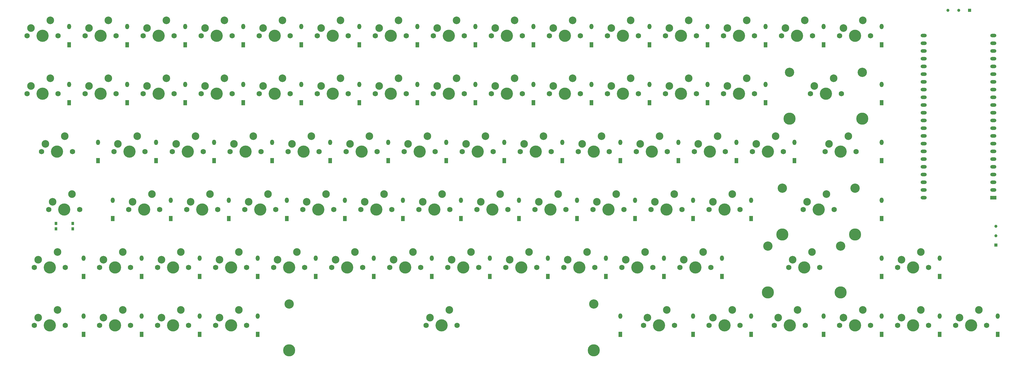
<source format=gbs>
G04 #@! TF.GenerationSoftware,KiCad,Pcbnew,7.0.10*
G04 #@! TF.CreationDate,2024-01-23T22:17:01-03:00*
G04 #@! TF.ProjectId,PCB,5043422e-6b69-4636-9164-5f7063625858,V1.0*
G04 #@! TF.SameCoordinates,Original*
G04 #@! TF.FileFunction,Soldermask,Bot*
G04 #@! TF.FilePolarity,Negative*
%FSLAX46Y46*%
G04 Gerber Fmt 4.6, Leading zero omitted, Abs format (unit mm)*
G04 Created by KiCad (PCBNEW 7.0.10) date 2024-01-23 22:17:01*
%MOMM*%
%LPD*%
G01*
G04 APERTURE LIST*
%ADD10R,1.300000X1.778000*%
%ADD11O,1.300000X1.778000*%
%ADD12C,1.750000*%
%ADD13C,4.000000*%
%ADD14C,2.500000*%
%ADD15C,3.048000*%
%ADD16C,3.987800*%
%ADD17R,2.000000X1.200000*%
%ADD18O,2.000000X1.200000*%
%ADD19R,1.000000X1.000000*%
%ADD20C,1.000000*%
%ADD21R,0.914000X1.000000*%
G04 APERTURE END LIST*
D10*
X65881250Y-60150000D03*
D11*
X65881250Y-54150000D03*
D10*
X51593750Y-136350000D03*
D11*
X51593750Y-130350000D03*
D12*
X33020000Y-57150000D03*
D13*
X38100000Y-57150000D03*
D12*
X43180000Y-57150000D03*
D14*
X34290000Y-54610000D03*
X40640000Y-52070000D03*
D10*
X199231250Y-60150000D03*
D11*
X199231250Y-54150000D03*
D10*
X275431250Y-41100000D03*
D11*
X275431250Y-35100000D03*
D12*
X256857500Y-133350000D03*
D13*
X261937500Y-133350000D03*
D12*
X267017500Y-133350000D03*
D14*
X258127500Y-130810000D03*
X264477500Y-128270000D03*
D10*
X256381250Y-41100000D03*
D11*
X256381250Y-35100000D03*
D10*
X51593750Y-117300000D03*
D11*
X51593750Y-111300000D03*
D10*
X161131250Y-60150000D03*
D11*
X161131250Y-54150000D03*
D10*
X108743750Y-117300000D03*
D11*
X108743750Y-111300000D03*
D12*
X90170000Y-57150000D03*
D13*
X95250000Y-57150000D03*
D12*
X100330000Y-57150000D03*
D14*
X91440000Y-54610000D03*
X97790000Y-52070000D03*
D10*
X199231250Y-41100000D03*
D11*
X199231250Y-35100000D03*
D10*
X84931250Y-41100000D03*
D11*
X84931250Y-35100000D03*
D10*
X113506250Y-79200000D03*
D11*
X113506250Y-73200000D03*
D10*
X218281250Y-41100000D03*
D11*
X218281250Y-35100000D03*
D12*
X94932500Y-133350000D03*
D13*
X100012500Y-133350000D03*
D12*
X105092500Y-133350000D03*
D14*
X96202500Y-130810000D03*
X102552500Y-128270000D03*
D10*
X313531250Y-60150000D03*
D11*
X313531250Y-54150000D03*
D10*
X313531250Y-79200000D03*
D11*
X313531250Y-73200000D03*
D12*
X318770000Y-133350000D03*
D13*
X323850000Y-133350000D03*
D12*
X328930000Y-133350000D03*
D14*
X320040000Y-130810000D03*
X326390000Y-128270000D03*
D12*
X85407500Y-95250000D03*
D13*
X90487500Y-95250000D03*
D12*
X95567500Y-95250000D03*
D14*
X86677500Y-92710000D03*
X93027500Y-90170000D03*
D10*
X256381250Y-60150000D03*
D11*
X256381250Y-54150000D03*
D10*
X294481250Y-136350000D03*
D11*
X294481250Y-130350000D03*
D10*
X184943750Y-117300000D03*
D11*
X184943750Y-111300000D03*
D12*
X213995000Y-76200000D03*
D13*
X219075000Y-76200000D03*
D12*
X224155000Y-76200000D03*
D14*
X215265000Y-73660000D03*
X221615000Y-71120000D03*
D12*
X271145000Y-76200000D03*
D13*
X276225000Y-76200000D03*
D12*
X281305000Y-76200000D03*
D14*
X272415000Y-73660000D03*
X278765000Y-71120000D03*
D12*
X37782500Y-76200000D03*
D13*
X42862500Y-76200000D03*
D12*
X47942500Y-76200000D03*
D14*
X39052500Y-73660000D03*
X45402500Y-71120000D03*
D15*
X276193250Y-107315000D03*
D16*
X276193250Y-122525000D03*
D15*
X300069250Y-107315000D03*
D16*
X300069250Y-122525000D03*
D10*
X61118750Y-98250000D03*
D11*
X61118750Y-92250000D03*
D12*
X156845000Y-76200000D03*
D13*
X161925000Y-76200000D03*
D12*
X167005000Y-76200000D03*
D14*
X158115000Y-73660000D03*
X164465000Y-71120000D03*
D10*
X75406250Y-79200000D03*
D11*
X75406250Y-73200000D03*
D12*
X294957500Y-76200000D03*
D13*
X300037500Y-76200000D03*
D12*
X305117500Y-76200000D03*
D14*
X296227500Y-73660000D03*
X302577500Y-71120000D03*
D12*
X80701250Y-76200000D03*
D13*
X85781250Y-76200000D03*
D12*
X90861250Y-76200000D03*
D14*
X81971250Y-73660000D03*
X88321250Y-71120000D03*
D12*
X166370000Y-57150000D03*
D13*
X171450000Y-57150000D03*
D12*
X176530000Y-57150000D03*
D14*
X167640000Y-54610000D03*
X173990000Y-52070000D03*
D17*
X350192731Y-91395876D03*
D18*
X350192731Y-88855876D03*
X350192731Y-86315876D03*
X350192731Y-83775876D03*
X350192731Y-81235876D03*
X350192731Y-78695876D03*
X350192731Y-76155876D03*
X350192731Y-73615876D03*
X350192731Y-71075876D03*
X350192731Y-68535876D03*
X350192731Y-65995876D03*
X350192731Y-63455876D03*
X350192731Y-60915876D03*
X350192731Y-58375876D03*
X350192731Y-55835876D03*
X350192731Y-53295876D03*
X350192731Y-50755876D03*
X350192731Y-48215876D03*
X350192731Y-45675876D03*
X350196411Y-43138596D03*
X350196411Y-40598596D03*
X350196411Y-38058596D03*
X327332731Y-38055876D03*
X327332731Y-40595876D03*
X327332731Y-43135876D03*
X327332731Y-45675876D03*
X327332731Y-48215876D03*
X327332731Y-50755876D03*
X327332731Y-53295876D03*
X327332731Y-55835876D03*
X327332731Y-58375876D03*
X327332731Y-60915876D03*
X327332731Y-63455876D03*
X327332731Y-65995876D03*
X327332731Y-68535876D03*
X327332731Y-71075876D03*
X327332731Y-73615876D03*
X327332731Y-76155876D03*
X327332731Y-78695876D03*
X327332731Y-81235876D03*
X327332731Y-83775876D03*
X327332731Y-86315876D03*
X327332731Y-88855876D03*
X327332731Y-91395876D03*
D12*
X66357500Y-95250000D03*
D13*
X71437500Y-95250000D03*
D12*
X76517500Y-95250000D03*
D14*
X67627500Y-92710000D03*
X73977500Y-90170000D03*
D10*
X132556250Y-79200000D03*
D11*
X132556250Y-73200000D03*
D10*
X165893750Y-117300000D03*
D11*
X165893750Y-111300000D03*
D10*
X270668750Y-136350000D03*
D11*
X270668750Y-130350000D03*
D10*
X208756250Y-79200000D03*
D11*
X208756250Y-73200000D03*
D12*
X223520000Y-57150000D03*
D13*
X228600000Y-57150000D03*
D12*
X233680000Y-57150000D03*
D14*
X224790000Y-54610000D03*
X231140000Y-52070000D03*
D10*
X151606250Y-79200000D03*
D11*
X151606250Y-73200000D03*
D10*
X46831250Y-60150000D03*
D11*
X46831250Y-54150000D03*
D19*
X342392000Y-29718000D03*
D12*
X256857500Y-95250000D03*
D13*
X261937500Y-95250000D03*
D12*
X267017500Y-95250000D03*
D14*
X258127500Y-92710000D03*
X264477500Y-90170000D03*
D10*
X227806250Y-79200000D03*
D11*
X227806250Y-73200000D03*
D12*
X290195000Y-57150000D03*
D13*
X295275000Y-57150000D03*
D12*
X300355000Y-57150000D03*
D14*
X291465000Y-54610000D03*
X297815000Y-52070000D03*
D12*
X261620000Y-38100000D03*
D13*
X266700000Y-38100000D03*
D12*
X271780000Y-38100000D03*
D14*
X262890000Y-35560000D03*
X269240000Y-33020000D03*
D10*
X142081250Y-60150000D03*
D11*
X142081250Y-54150000D03*
D10*
X137318750Y-98250000D03*
D11*
X137318750Y-92250000D03*
D10*
X246856250Y-79200000D03*
D11*
X246856250Y-73200000D03*
D10*
X80168750Y-98250000D03*
D11*
X80168750Y-92250000D03*
D12*
X283051250Y-114300000D03*
D13*
X288131250Y-114300000D03*
D12*
X293211250Y-114300000D03*
D14*
X284321250Y-111760000D03*
X290671250Y-109220000D03*
D12*
X204470000Y-57150000D03*
D13*
X209550000Y-57150000D03*
D12*
X214630000Y-57150000D03*
D14*
X205740000Y-54610000D03*
X212090000Y-52070000D03*
D10*
X237331250Y-60150000D03*
D11*
X237331250Y-54150000D03*
D12*
X242570000Y-38100000D03*
D13*
X247650000Y-38100000D03*
D12*
X252730000Y-38100000D03*
D14*
X243840000Y-35560000D03*
X250190000Y-33020000D03*
D12*
X318770000Y-114300000D03*
D13*
X323850000Y-114300000D03*
D12*
X328930000Y-114300000D03*
D14*
X320040000Y-111760000D03*
X326390000Y-109220000D03*
D12*
X287813750Y-95250000D03*
D13*
X292893750Y-95250000D03*
D12*
X297973750Y-95250000D03*
D14*
X289083750Y-92710000D03*
X295433750Y-90170000D03*
D10*
X146843750Y-117300000D03*
D11*
X146843750Y-111300000D03*
D12*
X252095000Y-76200000D03*
D13*
X257175000Y-76200000D03*
D12*
X262255000Y-76200000D03*
D14*
X253365000Y-73660000D03*
X259715000Y-71120000D03*
D10*
X242093750Y-117300000D03*
D11*
X242093750Y-111300000D03*
D12*
X209232500Y-114300000D03*
D13*
X214312500Y-114300000D03*
D12*
X219392500Y-114300000D03*
D14*
X210502500Y-111760000D03*
X216852500Y-109220000D03*
D12*
X204470000Y-38100000D03*
D13*
X209550000Y-38100000D03*
D12*
X214630000Y-38100000D03*
D14*
X205740000Y-35560000D03*
X212090000Y-33020000D03*
D12*
X113982500Y-114300000D03*
D13*
X119062500Y-114300000D03*
D12*
X124142500Y-114300000D03*
D14*
X115252500Y-111760000D03*
X121602500Y-109220000D03*
D12*
X299720000Y-38100000D03*
D13*
X304800000Y-38100000D03*
D12*
X309880000Y-38100000D03*
D14*
X300990000Y-35560000D03*
X307340000Y-33020000D03*
D12*
X228282500Y-114300000D03*
D13*
X233362500Y-114300000D03*
D12*
X238442500Y-114300000D03*
D14*
X229552500Y-111760000D03*
X235902500Y-109220000D03*
D12*
X161607500Y-95250000D03*
D13*
X166687500Y-95250000D03*
D12*
X171767500Y-95250000D03*
D14*
X162877500Y-92710000D03*
X169227500Y-90170000D03*
D12*
X199707500Y-95250000D03*
D13*
X204787500Y-95250000D03*
D12*
X209867500Y-95250000D03*
D14*
X200977500Y-92710000D03*
X207327500Y-90170000D03*
D12*
X75882500Y-133350000D03*
D13*
X80962500Y-133350000D03*
D12*
X86042500Y-133350000D03*
D14*
X77152500Y-130810000D03*
X83502500Y-128270000D03*
D12*
X75882500Y-114300000D03*
D13*
X80962500Y-114300000D03*
D12*
X86042500Y-114300000D03*
D14*
X77152500Y-111760000D03*
X83502500Y-109220000D03*
D12*
X137795000Y-76200000D03*
D13*
X142875000Y-76200000D03*
D12*
X147955000Y-76200000D03*
D14*
X139065000Y-73660000D03*
X145415000Y-71120000D03*
D10*
X65881250Y-41100000D03*
D11*
X65881250Y-35100000D03*
D12*
X104457500Y-95250000D03*
D13*
X109537500Y-95250000D03*
D12*
X114617500Y-95250000D03*
D14*
X105727500Y-92710000D03*
X112077500Y-90170000D03*
D12*
X118745000Y-76200000D03*
D13*
X123825000Y-76200000D03*
D12*
X128905000Y-76200000D03*
D14*
X120015000Y-73660000D03*
X126365000Y-71120000D03*
D10*
X46831250Y-41100000D03*
D11*
X46831250Y-35100000D03*
D12*
X94932500Y-114300000D03*
D13*
X100012500Y-114300000D03*
D12*
X105092500Y-114300000D03*
D14*
X96202500Y-111760000D03*
X102552500Y-109220000D03*
D12*
X123507500Y-95250000D03*
D13*
X128587500Y-95250000D03*
D12*
X133667500Y-95250000D03*
D14*
X124777500Y-92710000D03*
X131127500Y-90170000D03*
D12*
X147320000Y-38100000D03*
D13*
X152400000Y-38100000D03*
D12*
X157480000Y-38100000D03*
D14*
X148590000Y-35560000D03*
X154940000Y-33020000D03*
D12*
X128270000Y-38100000D03*
D13*
X133350000Y-38100000D03*
D12*
X138430000Y-38100000D03*
D14*
X129540000Y-35560000D03*
X135890000Y-33020000D03*
D12*
X223520000Y-38100000D03*
D13*
X228600000Y-38100000D03*
D12*
X233680000Y-38100000D03*
D14*
X224790000Y-35560000D03*
X231140000Y-33020000D03*
D12*
X152082500Y-114300000D03*
D13*
X157162500Y-114300000D03*
D12*
X162242500Y-114300000D03*
D14*
X153352500Y-111760000D03*
X159702500Y-109220000D03*
D12*
X194945000Y-76200000D03*
D13*
X200025000Y-76200000D03*
D12*
X205105000Y-76200000D03*
D14*
X196215000Y-73660000D03*
X202565000Y-71120000D03*
D12*
X147320000Y-57150000D03*
D13*
X152400000Y-57150000D03*
D12*
X157480000Y-57150000D03*
D14*
X148590000Y-54610000D03*
X154940000Y-52070000D03*
D10*
X313531250Y-41100000D03*
D11*
X313531250Y-35100000D03*
D20*
X338836000Y-29718000D03*
D12*
X185420000Y-57150000D03*
D13*
X190500000Y-57150000D03*
D12*
X195580000Y-57150000D03*
D14*
X186690000Y-54610000D03*
X193040000Y-52070000D03*
D10*
X223043750Y-117300000D03*
D11*
X223043750Y-111300000D03*
D12*
X133032500Y-114300000D03*
D13*
X138112500Y-114300000D03*
D12*
X143192500Y-114300000D03*
D14*
X134302500Y-111760000D03*
X140652500Y-109220000D03*
D12*
X71120000Y-38100000D03*
D13*
X76200000Y-38100000D03*
D12*
X81280000Y-38100000D03*
D14*
X72390000Y-35560000D03*
X78740000Y-33020000D03*
D10*
X123031250Y-60150000D03*
D11*
X123031250Y-54150000D03*
D10*
X232568750Y-98250000D03*
D11*
X232568750Y-92250000D03*
D12*
X175895000Y-76200000D03*
D13*
X180975000Y-76200000D03*
D12*
X186055000Y-76200000D03*
D14*
X177165000Y-73660000D03*
X183515000Y-71120000D03*
D15*
X283337000Y-50165000D03*
D16*
X283337000Y-65375000D03*
D15*
X307213000Y-50165000D03*
D16*
X307213000Y-65375000D03*
D10*
X203993750Y-117300000D03*
D11*
X203993750Y-111300000D03*
D10*
X89693750Y-136350000D03*
D11*
X89693750Y-130350000D03*
D10*
X99218750Y-98250000D03*
D11*
X99218750Y-92250000D03*
D12*
X61595000Y-76200000D03*
D13*
X66675000Y-76200000D03*
D12*
X71755000Y-76200000D03*
D14*
X62865000Y-73660000D03*
X69215000Y-71120000D03*
D10*
X161131250Y-41100000D03*
D11*
X161131250Y-35100000D03*
D12*
X109220000Y-38100000D03*
D13*
X114300000Y-38100000D03*
D12*
X119380000Y-38100000D03*
D14*
X110490000Y-35560000D03*
X116840000Y-33020000D03*
D12*
X35401250Y-133350000D03*
D13*
X40481250Y-133350000D03*
D12*
X45561250Y-133350000D03*
D14*
X36671250Y-130810000D03*
X43021250Y-128270000D03*
D10*
X180181250Y-41100000D03*
D11*
X180181250Y-35100000D03*
D10*
X313531250Y-136350000D03*
D11*
X313531250Y-130350000D03*
D20*
X351028000Y-100806250D03*
D10*
X261143750Y-117300000D03*
D11*
X261143750Y-111300000D03*
D10*
X313531250Y-98250000D03*
D11*
X313531250Y-92250000D03*
D10*
X94456250Y-79200000D03*
D11*
X94456250Y-73200000D03*
D10*
X213518750Y-98250000D03*
D11*
X213518750Y-92250000D03*
D10*
X127793750Y-117300000D03*
D11*
X127793750Y-111300000D03*
D10*
X227806250Y-136350000D03*
D11*
X227806250Y-130350000D03*
D15*
X280955750Y-88265000D03*
D16*
X280955750Y-103475000D03*
D15*
X304831750Y-88265000D03*
D16*
X304831750Y-103475000D03*
D12*
X33020000Y-38100000D03*
D13*
X38100000Y-38100000D03*
D12*
X43180000Y-38100000D03*
D14*
X34290000Y-35560000D03*
X40640000Y-33020000D03*
D20*
X351028000Y-103886000D03*
D12*
X52115000Y-57150000D03*
D13*
X57195000Y-57150000D03*
D12*
X62275000Y-57150000D03*
D14*
X53385000Y-54610000D03*
X59735000Y-52070000D03*
D10*
X170656250Y-79200000D03*
D11*
X170656250Y-73200000D03*
D10*
X123031250Y-41100000D03*
D11*
X123031250Y-35100000D03*
D12*
X280670000Y-38100000D03*
D13*
X285750000Y-38100000D03*
D12*
X290830000Y-38100000D03*
D14*
X281940000Y-35560000D03*
X288290000Y-33020000D03*
D12*
X166370000Y-38100000D03*
D13*
X171450000Y-38100000D03*
D12*
X176530000Y-38100000D03*
D14*
X167640000Y-35560000D03*
X173990000Y-33020000D03*
D12*
X90170000Y-38100000D03*
D13*
X95250000Y-38100000D03*
D12*
X100330000Y-38100000D03*
D14*
X91440000Y-35560000D03*
X97790000Y-33020000D03*
D12*
X52070000Y-38100000D03*
D13*
X57150000Y-38100000D03*
D12*
X62230000Y-38100000D03*
D14*
X53340000Y-35560000D03*
X59690000Y-33020000D03*
D12*
X247332500Y-114300000D03*
D13*
X252412500Y-114300000D03*
D12*
X257492500Y-114300000D03*
D14*
X248602500Y-111760000D03*
X254952500Y-109220000D03*
D12*
X35401250Y-114300000D03*
D13*
X40481250Y-114300000D03*
D12*
X45561250Y-114300000D03*
D14*
X36671250Y-111760000D03*
X43021250Y-109220000D03*
D19*
X351028000Y-106934000D03*
D10*
X275431250Y-60150000D03*
D11*
X275431250Y-54150000D03*
D10*
X103981250Y-60150000D03*
D11*
X103981250Y-54150000D03*
D12*
X40163750Y-95250000D03*
D13*
X45243750Y-95250000D03*
D12*
X50323750Y-95250000D03*
D14*
X41433750Y-92710000D03*
X47783750Y-90170000D03*
D12*
X185420000Y-38100000D03*
D13*
X190500000Y-38100000D03*
D12*
X195580000Y-38100000D03*
D14*
X186690000Y-35560000D03*
X193040000Y-33020000D03*
D12*
X278288750Y-133350000D03*
D13*
X283368750Y-133350000D03*
D12*
X288448750Y-133350000D03*
D14*
X279558750Y-130810000D03*
X285908750Y-128270000D03*
D12*
X235426250Y-133350000D03*
D13*
X240506250Y-133350000D03*
D12*
X245586250Y-133350000D03*
D14*
X236696250Y-130810000D03*
X243046250Y-128270000D03*
D10*
X218281250Y-60150000D03*
D11*
X218281250Y-54150000D03*
D12*
X56832500Y-114300000D03*
D13*
X61912500Y-114300000D03*
D12*
X66992500Y-114300000D03*
D14*
X58102500Y-111760000D03*
X64452500Y-109220000D03*
D10*
X56356250Y-79200000D03*
D11*
X56356250Y-73200000D03*
D12*
X128270000Y-57150000D03*
D13*
X133350000Y-57150000D03*
D12*
X138430000Y-57150000D03*
D14*
X129540000Y-54610000D03*
X135890000Y-52070000D03*
D12*
X233045000Y-76200000D03*
D13*
X238125000Y-76200000D03*
D12*
X243205000Y-76200000D03*
D14*
X234315000Y-73660000D03*
X240665000Y-71120000D03*
D12*
X71120000Y-57150000D03*
D13*
X76200000Y-57150000D03*
D12*
X81280000Y-57150000D03*
D14*
X72390000Y-54610000D03*
X78740000Y-52070000D03*
D12*
X142557500Y-95250000D03*
D13*
X147637500Y-95250000D03*
D12*
X152717500Y-95250000D03*
D14*
X143827500Y-92710000D03*
X150177500Y-90170000D03*
D12*
X337820000Y-133350000D03*
D13*
X342900000Y-133350000D03*
D12*
X347980000Y-133350000D03*
D14*
X339090000Y-130810000D03*
X345440000Y-128270000D03*
D12*
X163988750Y-133350000D03*
D13*
X169068750Y-133350000D03*
D12*
X174148750Y-133350000D03*
D14*
X165258750Y-130810000D03*
X171608750Y-128270000D03*
D12*
X190182500Y-114300000D03*
D13*
X195262500Y-114300000D03*
D12*
X200342500Y-114300000D03*
D14*
X191452500Y-111760000D03*
X197802500Y-109220000D03*
D10*
X294481250Y-41100000D03*
D11*
X294481250Y-35100000D03*
D10*
X284956250Y-79200000D03*
D11*
X284956250Y-73200000D03*
D12*
X299720000Y-133350000D03*
D13*
X304800000Y-133350000D03*
D12*
X309880000Y-133350000D03*
D14*
X300990000Y-130810000D03*
X307340000Y-128270000D03*
D10*
X189706250Y-79200000D03*
D11*
X189706250Y-73200000D03*
D12*
X180657500Y-95250000D03*
D13*
X185737500Y-95250000D03*
D12*
X190817500Y-95250000D03*
D14*
X181927500Y-92710000D03*
X188277500Y-90170000D03*
D12*
X242570000Y-57150000D03*
D13*
X247650000Y-57150000D03*
D12*
X252730000Y-57150000D03*
D14*
X243840000Y-54610000D03*
X250190000Y-52070000D03*
D12*
X171132500Y-114300000D03*
D13*
X176212500Y-114300000D03*
D12*
X181292500Y-114300000D03*
D14*
X172402500Y-111760000D03*
X178752500Y-109220000D03*
D10*
X265906250Y-79200000D03*
D11*
X265906250Y-73200000D03*
D15*
X119068750Y-126365000D03*
D16*
X119068750Y-141575000D03*
D15*
X219068750Y-126365000D03*
D16*
X219068750Y-141575000D03*
D10*
X351631250Y-136350000D03*
D11*
X351631250Y-130350000D03*
D10*
X103981250Y-41100000D03*
D11*
X103981250Y-35100000D03*
D12*
X109220000Y-57150000D03*
D13*
X114300000Y-57150000D03*
D12*
X119380000Y-57150000D03*
D14*
X110490000Y-54610000D03*
X116840000Y-52070000D03*
D12*
X99695000Y-76200000D03*
D13*
X104775000Y-76200000D03*
D12*
X109855000Y-76200000D03*
D14*
X100965000Y-73660000D03*
X107315000Y-71120000D03*
D20*
X335280000Y-29718000D03*
D10*
X175418750Y-98250000D03*
D11*
X175418750Y-92250000D03*
D12*
X56832500Y-133350000D03*
D13*
X61912500Y-133350000D03*
D12*
X66992500Y-133350000D03*
D14*
X58102500Y-130810000D03*
X64452500Y-128270000D03*
D10*
X142081250Y-41100000D03*
D11*
X142081250Y-35100000D03*
D10*
X180181250Y-60150000D03*
D11*
X180181250Y-54150000D03*
D10*
X270668750Y-98250000D03*
D11*
X270668750Y-92250000D03*
D10*
X156368750Y-98250000D03*
D11*
X156368750Y-92250000D03*
D12*
X218757500Y-95250000D03*
D13*
X223837500Y-95250000D03*
D12*
X228917500Y-95250000D03*
D14*
X220027500Y-92710000D03*
X226377500Y-90170000D03*
D10*
X118268750Y-98250000D03*
D11*
X118268750Y-92250000D03*
D10*
X251618750Y-136350000D03*
D11*
X251618750Y-130350000D03*
D10*
X194468750Y-98250000D03*
D11*
X194468750Y-92250000D03*
D10*
X70643750Y-117300000D03*
D11*
X70643750Y-111300000D03*
D10*
X108743750Y-136350000D03*
D11*
X108743750Y-130350000D03*
D10*
X332581250Y-136350000D03*
D11*
X332581250Y-130350000D03*
D10*
X313531250Y-117300000D03*
D11*
X313531250Y-111300000D03*
D10*
X84931250Y-60150000D03*
D11*
X84931250Y-54150000D03*
D10*
X237331250Y-41100000D03*
D11*
X237331250Y-35100000D03*
D12*
X261620000Y-57150000D03*
D13*
X266700000Y-57150000D03*
D12*
X271780000Y-57150000D03*
D14*
X262890000Y-54610000D03*
X269240000Y-52070000D03*
D12*
X237807500Y-95250000D03*
D13*
X242887500Y-95250000D03*
D12*
X247967500Y-95250000D03*
D14*
X239077500Y-92710000D03*
X245427500Y-90170000D03*
D10*
X89693750Y-117300000D03*
D11*
X89693750Y-111300000D03*
D10*
X251618750Y-98250000D03*
D11*
X251618750Y-92250000D03*
D10*
X332581250Y-117300000D03*
D11*
X332581250Y-111300000D03*
D10*
X70643750Y-136350000D03*
D11*
X70643750Y-130350000D03*
D21*
X47986750Y-101600000D03*
X47986750Y-99850000D03*
X42500750Y-99850000D03*
X42500750Y-101600000D03*
M02*

</source>
